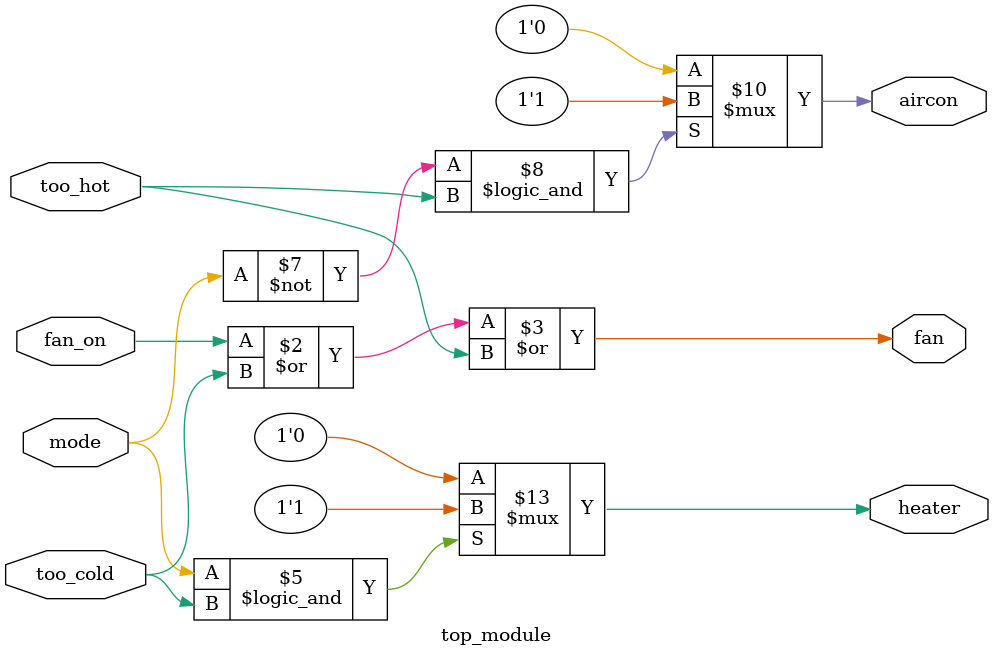
<source format=sv>
module top_module(
    input mode,
    input too_cold, 
    input too_hot,
    input fan_on,
    output reg heater,
    output reg aircon,
    output reg fan
);

// control the fan
always @(*) begin
    fan = fan_on | too_cold | too_hot;
end

// control the heater
always @(*) begin
    if (mode && too_cold) begin
        heater = 1;
    end else begin
        heater = 0;
    end
end

// control the air conditioner
always @(*) begin
    if (~mode && too_hot) begin
        aircon = 1;
    end else begin
        aircon = 0;
    end
end

endmodule

</source>
